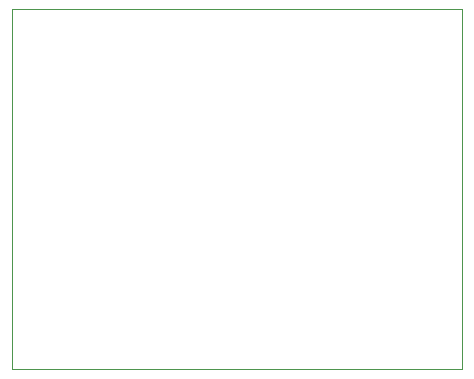
<source format=gbr>
%TF.GenerationSoftware,KiCad,Pcbnew,(6.0.10-0)*%
%TF.CreationDate,2023-02-17T15:33:43-08:00*%
%TF.ProjectId,Ex2,4578322e-6b69-4636-9164-5f7063625858,rev?*%
%TF.SameCoordinates,Original*%
%TF.FileFunction,Profile,NP*%
%FSLAX46Y46*%
G04 Gerber Fmt 4.6, Leading zero omitted, Abs format (unit mm)*
G04 Created by KiCad (PCBNEW (6.0.10-0)) date 2023-02-17 15:33:43*
%MOMM*%
%LPD*%
G01*
G04 APERTURE LIST*
%TA.AperFunction,Profile*%
%ADD10C,0.100000*%
%TD*%
G04 APERTURE END LIST*
D10*
X116840000Y-83820000D02*
X154940000Y-83820000D01*
X154940000Y-83820000D02*
X154940000Y-114300000D01*
X154940000Y-114300000D02*
X116840000Y-114300000D01*
X116840000Y-114300000D02*
X116840000Y-83820000D01*
M02*

</source>
